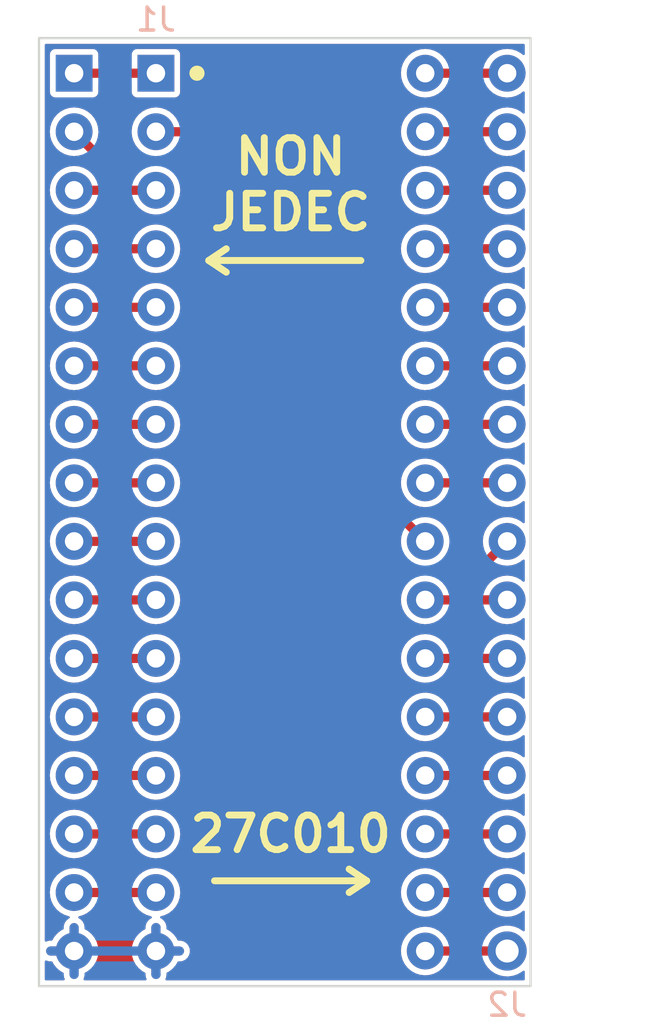
<source format=kicad_pcb>
(kicad_pcb (version 20211014) (generator pcbnew)
  (layers (0 "F.Cu" signal) (31 "B.Cu" signal) (34 "B.Paste" user) (35 "F.Paste" user) (36 "B.SilkS" user "B.Silkscreen") (37 "F.SilkS" user "F.Silkscreen") (38 "B.Mask" user) (39 "F.Mask" user) (44 "Edge.Cuts" user))
  (net 0 "")
  (net 1 "/VPP")
  (net 2 "/~{OE}")
  (net 3 "/A15")
  (net 4 "/A12")
  (net 5 "/A7")
  (net 6 "/A6")
  (net 7 "/A5")
  (net 8 "/A4")
  (net 9 "/A3")
  (net 10 "/A2")
  (net 11 "/A1")
  (net 12 "/A0")
  (net 13 "/D0")
  (net 14 "/D1")
  (net 15 "/D2")
  (net 16 "/GND")
  (net 17 "/D3")
  (net 18 "/D4")
  (net 19 "/D5")
  (net 20 "/D6")
  (net 21 "/D7")
  (net 22 "/~{CE}")
  (net 23 "/A10")
  (net 24 "/A16")
  (net 25 "/A11")
  (net 26 "/A9")
  (net 27 "/A8")
  (net 28 "/A13")
  (net 29 "/A14")
  (net 30 "/~{PGM}")
  (net 31 "/VCC")
  (net 32 "unconnected-(J2-Pad30)")
  (footprint "Package_DIP:DIP-32_W15.24mm_Socket" (layer "F.Cu") (at 98.552 64.77)
    (fp_text reference "U1" hide)
    (fp_text value "TC571001" hide)
    (pad "1" thru_hole rect (at 0 0) (size 1.6 1.6) (drill 0.8) (layers *.Cu *.Mask) (net 1 "/VPP"))
    (pad "2" thru_hole oval (at 0 2.54) (size 1.6 1.6) (drill 0.8) (layers *.Cu *.Mask) (net 2 "/~{OE}"))
    (pad "3" thru_hole oval (at 0 5.08) (size 1.6 1.6) (drill 0.8) (layers *.Cu *.Mask) (net 3 "/A15"))
    (pad "4" thru_hole oval (at 0 7.62) (size 1.6 1.6) (drill 0.8) (layers *.Cu *.Mask) (net 4 "/A12"))
    (pad "5" thru_hole oval (at 0 10.16) (size 1.6 1.6) (drill 0.8) (layers *.Cu *.Mask) (net 5 "/A7"))
    (pad "6" thru_hole oval (at 0 12.7) (size 1.6 1.6) (drill 0.8) (layers *.Cu *.Mask) (net 6 "/A6"))
    (pad "7" thru_hole oval (at 0 15.24) (size 1.6 1.6) (drill 0.8) (layers *.Cu *.Mask) (net 7 "/A5"))
    (pad "8" thru_hole oval (at 0 17.78) (size 1.6 1.6) (drill 0.8) (layers *.Cu *.Mask) (net 8 "/A4"))
    (pad "9" thru_hole oval (at 0 20.32) (size 1.6 1.6) (drill 0.8) (layers *.Cu *.Mask) (net 9 "/A3"))
    (pad "10" thru_hole oval (at 0 22.86) (size 1.6 1.6) (drill 0.8) (layers *.Cu *.Mask) (net 10 "/A2"))
    (pad "11" thru_hole oval (at 0 25.4) (size 1.6 1.6) (drill 0.8) (layers *.Cu *.Mask) (net 11 "/A1"))
    (pad "12" thru_hole oval (at 0 27.94) (size 1.6 1.6) (drill 0.8) (layers *.Cu *.Mask) (net 12 "/A0"))
    (pad "13" thru_hole oval (at 0 30.48) (size 1.6 1.6) (drill 0.8) (layers *.Cu *.Mask) (net 13 "/D0"))
    (pad "14" thru_hole oval (at 0 33.02) (size 1.6 1.6) (drill 0.8) (layers *.Cu *.Mask) (net 14 "/D1"))
    (pad "15" thru_hole oval (at 0 35.56) (size 1.6 1.6) (drill 0.8) (layers *.Cu *.Mask) (net 15 "/D2"))
    (pad "16" thru_hole oval (at 0 38.1) (size 1.6 1.6) (drill 0.8) (layers *.Cu *.Mask) (net 16 "/GND"))
    (pad "17" thru_hole oval (at 15.24 38.1) (size 1.6 1.6) (drill 0.8) (layers *.Cu *.Mask) (net 17 "/D3"))
    (pad "18" thru_hole oval (at 15.24 35.56) (size 1.6 1.6) (drill 0.8) (layers *.Cu *.Mask) (net 18 "/D4"))
    (pad "19" thru_hole oval (at 15.24 33.02) (size 1.6 1.6) (drill 0.8) (layers *.Cu *.Mask) (net 19 "/D5"))
    (pad "20" thru_hole oval (at 15.24 30.48) (size 1.6 1.6) (drill 0.8) (layers *.Cu *.Mask) (net 20 "/D6"))
    (pad "21" thru_hole oval (at 15.24 27.94) (size 1.6 1.6) (drill 0.8) (layers *.Cu *.Mask) (net 21 "/D7"))
    (pad "22" thru_hole oval (at 15.24 25.4) (size 1.6 1.6) (drill 0.8) (layers *.Cu *.Mask) (net 22 "/~{CE}"))
    (pad "23" thru_hole oval (at 15.24 22.86) (size 1.6 1.6) (drill 0.8) (layers *.Cu *.Mask) (net 23 "/A10"))
    (pad "24" thru_hole oval (at 15.24 20.32) (size 1.6 1.6) (drill 0.8) (layers *.Cu *.Mask) (net 24 "/A16"))
    (pad "25" thru_hole oval (at 15.24 17.78) (size 1.6 1.6) (drill 0.8) (layers *.Cu *.Mask) (net 25 "/A11"))
    (pad "26" thru_hole oval (at 15.24 15.24) (size 1.6 1.6) (drill 0.8) (layers *.Cu *.Mask) (net 26 "/A9"))
    (pad "27" thru_hole oval (at 15.24 12.7) (size 1.6 1.6) (drill 0.8) (layers *.Cu *.Mask) (net 27 "/A8"))
    (pad "28" thru_hole oval (at 15.24 10.16) (size 1.6 1.6) (drill 0.8) (layers *.Cu *.Mask) (net 28 "/A13"))
    (pad "29" thru_hole oval (at 15.24 7.62) (size 1.6 1.6) (drill 0.8) (layers *.Cu *.Mask) (net 29 "/A14"))
    (pad "30" thru_hole oval (at 15.24 5.08) (size 1.6 1.6) (drill 0.8) (layers *.Cu *.Mask))
    (pad "31" thru_hole oval (at 15.24 2.54) (size 1.6 1.6) (drill 0.8) (layers *.Cu *.Mask) (net 30 "/~{PGM}"))
    (pad "32" thru_hole oval (at 15.24 0) (size 1.6 1.6) (drill 0.8) (layers *.Cu *.Mask) (net 31 "/VCC"))
  )
  (footprint "Connector_PinHeader_2.54mm:PinHeader_1x16_P2.54mm_Vertical" (layer "B.Cu") (at 117.348 102.87)
    (fp_text reference "J2" (at 0 2.33 180) (layer "B.SilkS") (effects (justify mirror)))
    (fp_text value "Conn_01x16_Male")
    (pad "17" thru_hole circle (at 0 0) (size 1.7 1.7) (drill 1) (layers *.Cu *.Mask) (net 17 "/D3"))
    (pad "18" thru_hole oval (at 0 -2.54) (size 1.6 1.6) (drill 0.8) (layers *.Cu *.Mask) (net 18 "/D4"))
    (pad "19" thru_hole oval (at 0 -5.08) (size 1.6 1.6) (drill 0.8) (layers *.Cu *.Mask) (net 19 "/D5"))
    (pad "20" thru_hole oval (at 0 -7.62) (size 1.6 1.6) (drill 0.8) (layers *.Cu *.Mask) (net 20 "/D6"))
    (pad "21" thru_hole oval (at 0 -10.16) (size 1.6 1.6) (drill 0.8) (layers *.Cu *.Mask) (net 21 "/D7"))
    (pad "22" thru_hole oval (at 0 -12.7) (size 1.6 1.6) (drill 0.8) (layers *.Cu *.Mask) (net 22 "/~{CE}"))
    (pad "23" thru_hole oval (at 0 -15.24) (size 1.6 1.6) (drill 0.8) (layers *.Cu *.Mask) (net 23 "/A10"))
    (pad "24" thru_hole oval (at 0 -17.78) (size 1.6 1.6) (drill 0.8) (layers *.Cu *.Mask) (net 2 "/~{OE}"))
    (pad "25" thru_hole oval (at 0 -20.32) (size 1.6 1.6) (drill 0.8) (layers *.Cu *.Mask) (net 25 "/A11"))
    (pad "26" thru_hole oval (at 0 -22.86) (size 1.6 1.6) (drill 0.8) (layers *.Cu *.Mask) (net 26 "/A9"))
    (pad "27" thru_hole oval (at 0 -25.4) (size 1.6 1.6) (drill 0.8) (layers *.Cu *.Mask) (net 27 "/A8"))
    (pad "28" thru_hole oval (at 0 -27.94) (size 1.6 1.6) (drill 0.8) (layers *.Cu *.Mask) (net 28 "/A13"))
    (pad "29" thru_hole oval (at 0 -30.48) (size 1.6 1.6) (drill 0.8) (layers *.Cu *.Mask) (net 29 "/A14"))
    (pad "30" thru_hole oval (at 0 -33.02) (size 1.6 1.6) (drill 0.8) (layers *.Cu *.Mask) (net 32 "unconnected-(J2-Pad30)"))
    (pad "31" thru_hole oval (at 0 -35.56) (size 1.6 1.6) (drill 0.8) (layers *.Cu *.Mask) (net 30 "/~{PGM}"))
    (pad "32" thru_hole oval (at 0 -38.1) (size 1.6 1.6) (drill 0.8) (layers *.Cu *.Mask) (net 31 "/VCC"))
  )
  (footprint "Connector_PinHeader_2.54mm:PinHeader_1x16_P2.54mm_Vertical" (layer "B.Cu") (at 102.103 64.77 180)
    (fp_text reference "J1" (at 0 2.33) (layer "B.SilkS") (effects (justify mirror)))
    (fp_text value "Conn_01x16_Male")
    (pad "1" thru_hole rect (at 0 0 180) (size 1.6 1.6) (drill 0.8) (layers *.Cu *.Mask) (net 1 "/VPP"))
    (pad "2" thru_hole oval (at 0 -2.54 180) (size 1.6 1.6) (drill 0.8) (layers *.Cu *.Mask) (net 24 "/A16"))
    (pad "3" thru_hole oval (at 0 -5.08 180) (size 1.6 1.6) (drill 0.8) (layers *.Cu *.Mask) (net 3 "/A15"))
    (pad "4" thru_hole oval (at 0 -7.62 180) (size 1.6 1.6) (drill 0.8) (layers *.Cu *.Mask) (net 4 "/A12"))
    (pad "5" thru_hole oval (at 0 -10.16 180) (size 1.6 1.6) (drill 0.8) (layers *.Cu *.Mask) (net 5 "/A7"))
    (pad "6" thru_hole oval (at 0 -12.7 180) (size 1.6 1.6) (drill 0.8) (layers *.Cu *.Mask) (net 6 "/A6"))
    (pad "7" thru_hole oval (at 0 -15.24 180) (size 1.6 1.6) (drill 0.8) (layers *.Cu *.Mask) (net 7 "/A5"))
    (pad "8" thru_hole oval (at 0 -17.78 180) (size 1.6 1.6) (drill 0.8) (layers *.Cu *.Mask) (net 8 "/A4"))
    (pad "9" thru_hole oval (at 0 -20.32 180) (size 1.6 1.6) (drill 0.8) (layers *.Cu *.Mask) (net 9 "/A3"))
    (pad "10" thru_hole oval (at 0 -22.86 180) (size 1.6 1.6) (drill 0.8) (layers *.Cu *.Mask) (net 10 "/A2"))
    (pad "11" thru_hole oval (at 0 -25.4 180) (size 1.6 1.6) (drill 0.8) (layers *.Cu *.Mask) (net 11 "/A1"))
    (pad "12" thru_hole oval (at 0 -27.94 180) (size 1.6 1.6) (drill 0.8) (layers *.Cu *.Mask) (net 12 "/A0"))
    (pad "13" thru_hole oval (at 0 -30.48 180) (size 1.6 1.6) (drill 0.8) (layers *.Cu *.Mask) (net 13 "/D0"))
    (pad "14" thru_hole oval (at 0 -33.02 180) (size 1.6 1.6) (drill 0.8) (layers *.Cu *.Mask) (net 14 "/D1"))
    (pad "15" thru_hole oval (at 0 -35.56 180) (size 1.6 1.6) (drill 0.8) (layers *.Cu *.Mask) (net 15 "/D2"))
    (pad "16" thru_hole oval (at 0 -38.1 180) (size 1.6 1.6) (drill 0.8) (layers *.Cu *.Mask) (net 16 "/GND"))
  )
  (gr_line (start 105.156 73.406) (end 104.394 72.898) (layer "F.SilkS") (width 0.15))
  (gr_line (start 104.394 72.898) (end 105.156 73.406) (layer "F.SilkS") (width 0.3))
  (gr_line (start 104.394 72.898) (end 105.156 72.39) (layer "F.SilkS") (width 0.3))
  (gr_line (start 110.998 72.898) (end 104.394 72.898) (layer "F.SilkS") (width 0.3))
  (gr_line (start 111.252 99.822) (end 110.49 100.33) (layer "F.SilkS") (width 0.3))
  (gr_line (start 111.252 99.822) (end 110.49 99.314) (layer "F.SilkS") (width 0.3))
  (gr_line (start 104.648 99.822) (end 111.252 99.822) (layer "F.SilkS") (width 0.3))
  (gr_circle (center 103.886 64.77) (end 104.14 64.77) (layer "F.SilkS") (width 0.15) (fill solid))
  (gr_rect (start 97.028 63.246) (end 118.364 104.394) (layer "Edge.Cuts") (width 0.1) (fill none))
  (gr_text "NON\nJEDEC" (at 107.95 69.596) (layer "F.SilkS") (effects (font (size 1.5 1.5) (thickness 0.3))))
  (gr_text "27C010" (at 107.95 97.79) (layer "F.SilkS") (effects (font (size 1.5 1.5) (thickness 0.3))))
  (segment (start 98.552 64.77) (end 102.103 64.77) (width 0.4) (layer "F.Cu") (net 1))
  (segment (start 116.073 86.36) (end 117.343 85.09) (width 0.4) (layer "F.Cu") (net 2))
  (segment (start 113.03 86.36) (end 116.073 86.36) (width 0.4) (layer "F.Cu") (net 2))
  (segment (start 109.982 83.312) (end 113.03 86.36) (width 0.4) (layer "F.Cu") (net 2))
  (segment (start 102.87 68.58) (end 109.982 75.692) (width 0.4) (layer "F.Cu") (net 2))
  (segment (start 98.552 67.31) (end 99.822 68.58) (width 0.4) (layer "F.Cu") (net 2))
  (segment (start 109.982 75.692) (end 109.982 83.312) (width 0.4) (layer "F.Cu") (net 2))
  (segment (start 99.822 68.58) (end 102.87 68.58) (width 0.4) (layer "F.Cu") (net 2))
  (segment (start 98.552 69.85) (end 102.103 69.85) (width 0.4) (layer "F.Cu") (net 3))
  (segment (start 98.552 72.39) (end 102.103 72.39) (width 0.4) (layer "F.Cu") (net 4))
  (segment (start 98.552 74.93) (end 102.103 74.93) (width 0.4) (layer "F.Cu") (net 5))
  (segment (start 98.552 77.47) (end 102.103 77.47) (width 0.4) (layer "F.Cu") (net 6))
  (segment (start 98.552 80.01) (end 102.103 80.01) (width 0.4) (layer "F.Cu") (net 7))
  (segment (start 98.552 82.55) (end 102.103 82.55) (width 0.4) (layer "F.Cu") (net 8))
  (segment (start 98.552 85.09) (end 102.103 85.09) (width 0.4) (layer "F.Cu") (net 9))
  (segment (start 98.552 87.63) (end 102.103 87.63) (width 0.4) (layer "F.Cu") (net 10))
  (segment (start 98.552 90.17) (end 102.103 90.17) (width 0.4) (layer "F.Cu") (net 11))
  (segment (start 98.552 92.71) (end 102.103 92.71) (width 0.4) (layer "F.Cu") (net 12))
  (segment (start 98.552 95.25) (end 102.103 95.25) (width 0.4) (layer "F.Cu") (net 13))
  (segment (start 98.552 97.79) (end 102.103 97.79) (width 0.4) (layer "F.Cu") (net 14))
  (segment (start 98.552 100.33) (end 102.103 100.33) (width 0.4) (layer "F.Cu") (net 15))
  (segment (start 102.103 102.87) (end 102.103 103.881) (width 0.4) (layer "F.Cu") (net 16))
  (segment (start 102.103 103.881) (end 102.108 103.886) (width 0.4) (layer "F.Cu") (net 16))
  (segment (start 102.103 102.87) (end 102.103 101.859) (width 0.4) (layer "F.Cu") (net 16))
  (segment (start 98.552 102.87) (end 97.536 102.87) (width 0.4) (layer "F.Cu") (net 16))
  (segment (start 102.103 101.859) (end 102.108 101.854) (width 0.4) (layer "F.Cu") (net 16))
  (segment (start 102.103 102.87) (end 103.124 102.87) (width 0.4) (layer "F.Cu") (net 16))
  (segment (start 98.552 102.87) (end 98.552 103.886) (width 0.4) (layer "F.Cu") (net 16))
  (segment (start 98.552 102.87) (end 98.552 101.854) (width 0.4) (layer "F.Cu") (net 16))
  (segment (start 102.103 103.881) (end 102.108 103.886) (width 0.4) (layer "B.Cu") (net 16))
  (segment (start 98.552 102.87) (end 98.552 103.886) (width 0.4) (layer "B.Cu") (net 16))
  (segment (start 102.103 102.87) (end 102.103 103.881) (width 0.4) (layer "B.Cu") (net 16))
  (segment (start 102.103 101.859) (end 102.108 101.854) (width 0.4) (layer "B.Cu") (net 16))
  (segment (start 98.552 102.87) (end 98.552 101.854) (width 0.4) (layer "B.Cu") (net 16))
  (segment (start 98.552 102.87) (end 97.536 102.87) (width 0.4) (layer "B.Cu") (net 16))
  (segment (start 102.103 102.87) (end 102.103 101.859) (width 0.4) (layer "B.Cu") (net 16))
  (segment (start 102.103 102.87) (end 103.124 102.87) (width 0.4) (layer "B.Cu") (net 16))
  (segment (start 102.103 102.87) (end 98.552 102.87) (width 0.4) (layer "B.Cu") (net 16))
  (segment (start 113.792 102.87) (end 117.343 102.87) (width 0.4) (layer "F.Cu") (net 17))
  (segment (start 113.792 100.33) (end 117.343 100.33) (width 0.4) (layer "F.Cu") (net 18))
  (segment (start 113.792 97.79) (end 117.343 97.79) (width 0.4) (layer "F.Cu") (net 19))
  (segment (start 113.792 95.25) (end 117.343 95.25) (width 0.4) (layer "F.Cu") (net 20))
  (segment (start 113.792 92.71) (end 117.343 92.71) (width 0.4) (layer "F.Cu") (net 21))
  (segment (start 113.792 90.17) (end 117.343 90.17) (width 0.4) (layer "F.Cu") (net 22))
  (segment (start 113.792 87.63) (end 117.343 87.63) (width 0.4) (layer "F.Cu") (net 23))
  (segment (start 111.252 82.55) (end 113.792 85.09) (width 0.4) (layer "F.Cu") (net 24))
  (segment (start 103.378 67.31) (end 111.252 75.184) (width 0.4) (layer "F.Cu") (net 24))
  (segment (start 102.103 67.31) (end 103.378 67.31) (width 0.4) (layer "F.Cu") (net 24))
  (segment (start 111.252 75.184) (end 111.252 82.55) (width 0.4) (layer "F.Cu") (net 24))
  (segment (start 117.343 82.55) (end 113.792 82.55) (width 0.4) (layer "F.Cu") (net 25))
  (segment (start 113.792 80.01) (end 117.343 80.01) (width 0.4) (layer "F.Cu") (net 26))
  (segment (start 117.343 77.47) (end 113.792 77.47) (width 0.4) (layer "F.Cu") (net 27))
  (segment (start 113.792 74.93) (end 117.343 74.93) (width 0.4) (layer "F.Cu") (net 28))
  (segment (start 117.343 72.39) (end 113.792 72.39) (width 0.4) (layer "F.Cu") (net 29))
  (segment (start 117.343 67.31) (end 113.792 67.31) (width 0.4) (layer "F.Cu") (net 30))
  (segment (start 113.792 64.77) (end 117.343 64.77) (width 0.4) (layer "F.Cu") (net 31))
  (segment (start 117.343 69.85) (end 113.792 69.85) (width 0.4) (layer "F.Cu") (net 32))
  (zone (net 0) (net_name "") (layers F&B.Cu) (connect_pads (clearance 0.25)) (min_thickness 0.1) (fill yes (thermal_gap 0.508) (thermal_bridge_width 0.508))
    (polygon (pts (xy 118.364 104.394) (xy 97.028 104.394) (xy 97.028 63.246) (xy 118.364 63.246)))
  )
)
</source>
